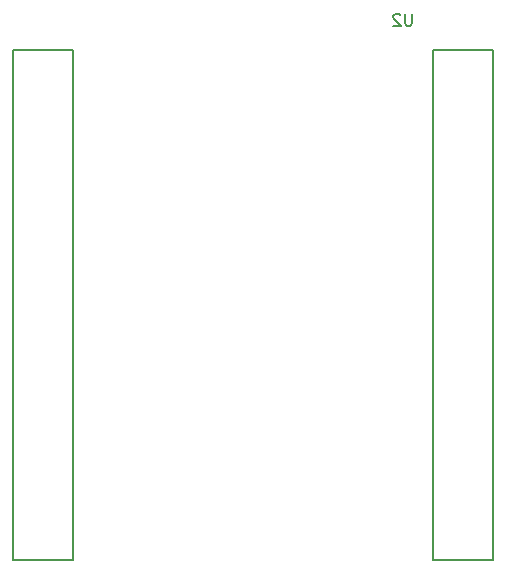
<source format=gbo>
G04 #@! TF.FileFunction,Legend,Bot*
%FSLAX46Y46*%
G04 Gerber Fmt 4.6, Leading zero omitted, Abs format (unit mm)*
G04 Created by KiCad (PCBNEW 4.0.4+e1-6308~48~ubuntu16.04.1-stable) date Fri Mar 30 16:09:55 2018*
%MOMM*%
%LPD*%
G01*
G04 APERTURE LIST*
%ADD10C,0.100000*%
%ADD11C,0.150000*%
G04 APERTURE END LIST*
D10*
D11*
X59690000Y-88900000D02*
X59690000Y-45720000D01*
X54610000Y-88900000D02*
X59690000Y-88900000D01*
X54610000Y-45720000D02*
X54610000Y-88900000D01*
X59690000Y-45720000D02*
X54610000Y-45720000D01*
X95250000Y-45720000D02*
X90170000Y-45720000D01*
X90170000Y-45720000D02*
X90170000Y-88900000D01*
X90170000Y-88900000D02*
X95250000Y-88900000D01*
X95250000Y-88900000D02*
X95250000Y-45720000D01*
X88391905Y-42632381D02*
X88391905Y-43441905D01*
X88344286Y-43537143D01*
X88296667Y-43584762D01*
X88201429Y-43632381D01*
X88010952Y-43632381D01*
X87915714Y-43584762D01*
X87868095Y-43537143D01*
X87820476Y-43441905D01*
X87820476Y-42632381D01*
X87391905Y-42727619D02*
X87344286Y-42680000D01*
X87249048Y-42632381D01*
X87010952Y-42632381D01*
X86915714Y-42680000D01*
X86868095Y-42727619D01*
X86820476Y-42822857D01*
X86820476Y-42918095D01*
X86868095Y-43060952D01*
X87439524Y-43632381D01*
X86820476Y-43632381D01*
M02*

</source>
